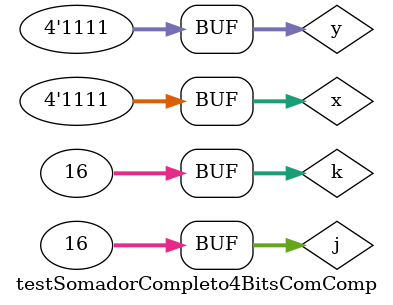
<source format=v>

module MS (Soma, Cout, x, y);

output Cout, Soma;
input x, y;

xor XOR1 (Soma, x, y);
and AND1 (Cout, x, y);

endmodule // MS

module SC (Soma1, Cout1, x1, y1, Cin);

output Cout1, Soma1;
input x1, y1, Cin;
wire t1, t2, t3;

MS MS1 (t2, t1, x1, y1);
MS MS2 (Soma1, t3, Cin, t2);
or Or1 (Cout1, t3, t1);

endmodule // SC

module compLogico (s, a, b);

output s;
input [3:0]a;
input [3:0]b;
wire t1, t2, t3, t4;

xnor XNOR1 (t1, a[0], b[0]);
xnor XNOR2 (t2, a[1], b[1]);
xnor XNOR3 (t3, a[2], b[2]);
xnor XNOR4 (t4, a[3], b[3]);
and AND1 (s, t1, t2, t3, t4);

endmodule // compLogico

module SomadorCompleto4BitsComComp (s1, s, vout, a, b);

output vout, s1; 
output [3:0]s;
input [3:0]a;
input [3:0]b; 
wire v0, v1, v2;

MS MS1 (s[0], v0, a[0], b[0]);
SC SC1 (s[1], v1, a[1], b[1], v0);
SC SC2 (s[2], v2, a[2], b[2], v1);
SC SC3 (s[3], vout, a[3], b[3], v2);
compLogico compLogico1 (s1, a, b);

endmodule // SomadorCompleto4Bits


// -- test Somador Completo 4 bits


module testSomadorCompleto4BitsComComp;

reg [3:0]x;
reg [3:0]y;
wire [3:0]s;
wire s1;
wire cout;
integer j, k, linha;

// instancia 
SomadorCompleto4BitsComComp SC41 (s1, s, cout, x, y);

// parte principal

initial begin

x = 0;
y = 0;
j = 0;

end

 initial begin
      $display("Test Somador Completo 4 bits com comparador logico\n");
      $display("\n       a      b      Cout   Soma   comparador\n");
		
      $monitor("     %4b    %4b     %b     %4b     %b" , x, y, cout, s, s1);
		
		for (j = 0; j < 16; j = j + 1) begin
					
			#1 x = j; 
								
				for (k = 0; k < 16; k = k + 1) begin
		
					#1 y = k; 
					
			   end
		
	   end
				
  end
 
endmodule // testSomadorCompleto4BitsComComp 
	  
</source>
